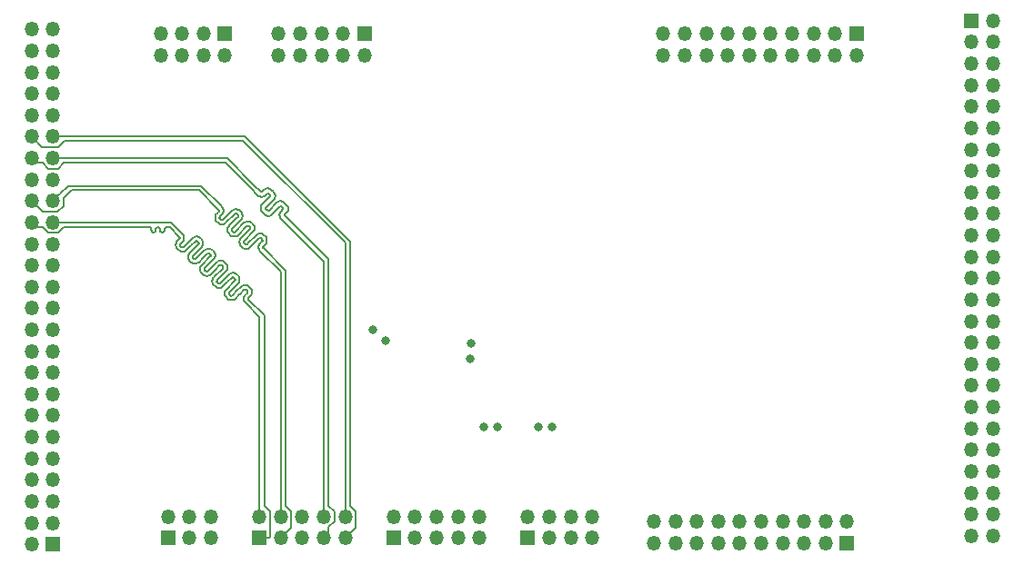
<source format=gbr>
G04 #@! TF.GenerationSoftware,KiCad,Pcbnew,(5.1.2)-1*
G04 #@! TF.CreationDate,2019-06-05T20:45:29-04:00*
G04 #@! TF.ProjectId,riser,72697365-722e-46b6-9963-61645f706362,rev?*
G04 #@! TF.SameCoordinates,Original*
G04 #@! TF.FileFunction,Copper,L7,Inr*
G04 #@! TF.FilePolarity,Positive*
%FSLAX46Y46*%
G04 Gerber Fmt 4.6, Leading zero omitted, Abs format (unit mm)*
G04 Created by KiCad (PCBNEW (5.1.2)-1) date 2019-06-05 20:45:29*
%MOMM*%
%LPD*%
G04 APERTURE LIST*
%ADD10O,1.350000X1.350000*%
%ADD11R,1.350000X1.350000*%
%ADD12C,0.800000*%
%ADD13C,0.200000*%
G04 APERTURE END LIST*
D10*
X93300000Y-71600000D03*
X95300000Y-71600000D03*
X93300000Y-73600000D03*
X95300000Y-73600000D03*
X93300000Y-75600000D03*
X95300000Y-75600000D03*
X93300000Y-77600000D03*
X95300000Y-77600000D03*
X93300000Y-79600000D03*
X95300000Y-79600000D03*
X93300000Y-81600000D03*
X95300000Y-81600000D03*
X93300000Y-83600000D03*
X95300000Y-83600000D03*
X93300000Y-85600000D03*
X95300000Y-85600000D03*
X93300000Y-87600000D03*
X95300000Y-87600000D03*
X93300000Y-89600000D03*
X95300000Y-89600000D03*
X93300000Y-91600000D03*
X95300000Y-91600000D03*
X93300000Y-93600000D03*
X95300000Y-93600000D03*
X93300000Y-95600000D03*
X95300000Y-95600000D03*
X93300000Y-97600000D03*
X95300000Y-97600000D03*
X93300000Y-99600000D03*
X95300000Y-99600000D03*
X93300000Y-101600000D03*
X95300000Y-101600000D03*
X93300000Y-103600000D03*
X95300000Y-103600000D03*
X93300000Y-105600000D03*
X95300000Y-105600000D03*
X93300000Y-107600000D03*
X95300000Y-107600000D03*
X93300000Y-109600000D03*
X95300000Y-109600000D03*
X93300000Y-111600000D03*
X95300000Y-111600000D03*
X93300000Y-113600000D03*
X95300000Y-113600000D03*
X93300000Y-115600000D03*
X95300000Y-115600000D03*
X93300000Y-117600000D03*
X95300000Y-117600000D03*
X93300000Y-119600000D03*
D11*
X95300000Y-119600000D03*
D10*
X182800000Y-118800000D03*
X180800000Y-118800000D03*
X182800000Y-116800000D03*
X180800000Y-116800000D03*
X182800000Y-114800000D03*
X180800000Y-114800000D03*
X182800000Y-112800000D03*
X180800000Y-112800000D03*
X182800000Y-110800000D03*
X180800000Y-110800000D03*
X182800000Y-108800000D03*
X180800000Y-108800000D03*
X182800000Y-106800000D03*
X180800000Y-106800000D03*
X182800000Y-104800000D03*
X180800000Y-104800000D03*
X182800000Y-102800000D03*
X180800000Y-102800000D03*
X182800000Y-100800000D03*
X180800000Y-100800000D03*
X182800000Y-98800000D03*
X180800000Y-98800000D03*
X182800000Y-96800000D03*
X180800000Y-96800000D03*
X182800000Y-94800000D03*
X180800000Y-94800000D03*
X182800000Y-92800000D03*
X180800000Y-92800000D03*
X182800000Y-90800000D03*
X180800000Y-90800000D03*
X182800000Y-88800000D03*
X180800000Y-88800000D03*
X182800000Y-86800000D03*
X180800000Y-86800000D03*
X182800000Y-84800000D03*
X180800000Y-84800000D03*
X182800000Y-82800000D03*
X180800000Y-82800000D03*
X182800000Y-80800000D03*
X180800000Y-80800000D03*
X182800000Y-78800000D03*
X180800000Y-78800000D03*
X182800000Y-76800000D03*
X180800000Y-76800000D03*
X182800000Y-74800000D03*
X180800000Y-74800000D03*
X182800000Y-72800000D03*
X180800000Y-72800000D03*
X182800000Y-70800000D03*
D11*
X180800000Y-70800000D03*
D10*
X145500000Y-117000000D03*
X145500000Y-119000000D03*
X143500000Y-117000000D03*
X143500000Y-119000000D03*
X141500000Y-117000000D03*
X141500000Y-119000000D03*
X139500000Y-117000000D03*
D11*
X139500000Y-119000000D03*
D10*
X122500000Y-117000000D03*
X122500000Y-119000000D03*
X120500000Y-117000000D03*
X120500000Y-119000000D03*
X118500000Y-117000000D03*
X118500000Y-119000000D03*
X116500000Y-117000000D03*
X116500000Y-119000000D03*
X114500000Y-117000000D03*
D11*
X114500000Y-119000000D03*
D10*
X135000000Y-117000000D03*
X135000000Y-119000000D03*
X133000000Y-117000000D03*
X133000000Y-119000000D03*
X131000000Y-117000000D03*
X131000000Y-119000000D03*
X129000000Y-117000000D03*
X129000000Y-119000000D03*
X127000000Y-117000000D03*
D11*
X127000000Y-119000000D03*
D10*
X105300000Y-74000000D03*
X105300000Y-72000000D03*
X107300000Y-74000000D03*
X107300000Y-72000000D03*
X109300000Y-74000000D03*
X109300000Y-72000000D03*
X111300000Y-74000000D03*
D11*
X111300000Y-72000000D03*
D10*
X116300000Y-74000000D03*
X116300000Y-72000000D03*
X118300000Y-74000000D03*
X118300000Y-72000000D03*
X120300000Y-74000000D03*
X120300000Y-72000000D03*
X122300000Y-74000000D03*
X122300000Y-72000000D03*
X124300000Y-74000000D03*
D11*
X124300000Y-72000000D03*
D10*
X152100000Y-74000000D03*
X152100000Y-72000000D03*
X154100000Y-74000000D03*
X154100000Y-72000000D03*
X156100000Y-74000000D03*
X156100000Y-72000000D03*
X158100000Y-74000000D03*
X158100000Y-72000000D03*
X160100000Y-74000000D03*
X160100000Y-72000000D03*
X162100000Y-74000000D03*
X162100000Y-72000000D03*
X164100000Y-74000000D03*
X164100000Y-72000000D03*
X166100000Y-74000000D03*
X166100000Y-72000000D03*
X168100000Y-74000000D03*
X168100000Y-72000000D03*
X170100000Y-74000000D03*
D11*
X170100000Y-72000000D03*
D10*
X110000000Y-117000000D03*
X110000000Y-119000000D03*
X108000000Y-117000000D03*
X108000000Y-119000000D03*
X106000000Y-117000000D03*
D11*
X106000000Y-119000000D03*
D10*
X151220040Y-117494080D03*
X151220040Y-119494080D03*
X153220040Y-117494080D03*
X153220040Y-119494080D03*
X155220040Y-117494080D03*
X155220040Y-119494080D03*
X157220040Y-117494080D03*
X157220040Y-119494080D03*
X159220040Y-117494080D03*
X159220040Y-119494080D03*
X161220040Y-117494080D03*
X161220040Y-119494080D03*
X163220040Y-117494080D03*
X163220040Y-119494080D03*
X165220040Y-117494080D03*
X165220040Y-119494080D03*
X167220040Y-117494080D03*
X167220040Y-119494080D03*
X169220040Y-117494080D03*
D11*
X169220040Y-119494080D03*
D12*
X125070000Y-99600002D03*
X126230000Y-100600000D03*
X141720000Y-108640000D03*
X140450000Y-108640000D03*
X136640000Y-108640000D03*
X134213982Y-100906018D03*
X135370000Y-108640000D03*
X134100000Y-102290000D03*
D13*
X113000000Y-82000000D02*
X96340000Y-82000000D01*
X122500000Y-117000000D02*
X122500000Y-91500000D01*
X122500000Y-91500000D02*
X113000000Y-82000000D01*
X94275001Y-82575001D02*
X93300000Y-81600000D01*
X96343002Y-82000000D02*
X95768001Y-82575001D01*
X95768001Y-82575001D02*
X94275001Y-82575001D01*
X113165700Y-81600000D02*
X95300000Y-81600000D01*
X122950000Y-91384300D02*
X113165700Y-81600000D01*
X122950000Y-116006998D02*
X122950000Y-91384300D01*
X123475001Y-116531999D02*
X122950000Y-116006998D01*
X122500000Y-119000000D02*
X123475001Y-118024999D01*
X123475001Y-118024999D02*
X123475001Y-116531999D01*
X94831999Y-84575001D02*
X94306998Y-84050000D01*
X96293002Y-84050000D02*
X95768001Y-84575001D01*
X94306998Y-84050000D02*
X93750000Y-84050000D01*
X93750000Y-84050000D02*
X93300000Y-83600000D01*
X95768001Y-84575001D02*
X94831999Y-84575001D01*
X111331800Y-84050000D02*
X96300000Y-84050000D01*
X114641541Y-87211478D02*
X114536634Y-87187534D01*
X114749146Y-87211478D02*
X114641541Y-87211478D01*
X114854053Y-87187534D02*
X114749146Y-87211478D01*
X114951002Y-87140846D02*
X114854053Y-87187534D01*
X115035131Y-87073755D02*
X114951002Y-87140846D01*
X113697609Y-86415809D02*
X111331800Y-84050000D01*
X115215069Y-86893818D02*
X115035131Y-87073755D01*
X115225573Y-86885441D02*
X115215069Y-86893818D01*
X115237678Y-86879612D02*
X115225573Y-86885441D01*
X115250777Y-86876622D02*
X115237678Y-86879612D01*
X115264212Y-86876622D02*
X115250777Y-86876622D01*
X114334718Y-87052917D02*
X113697609Y-86415809D01*
X115277311Y-86879612D02*
X115264212Y-86876622D01*
X115289416Y-86885441D02*
X115277311Y-86879612D01*
X115299920Y-86893818D02*
X115289416Y-86885441D01*
X115497912Y-87091810D02*
X115299920Y-86893818D01*
X115506289Y-87102315D02*
X115497912Y-87091810D01*
X115512118Y-87114419D02*
X115506289Y-87102315D01*
X115515108Y-87127518D02*
X115512118Y-87114419D01*
X115515108Y-87140954D02*
X115515108Y-87127518D01*
X115512118Y-87154052D02*
X115515108Y-87140954D01*
X115506289Y-87166157D02*
X115512118Y-87154052D01*
X115497912Y-87176662D02*
X115506289Y-87166157D01*
X114755824Y-87918750D02*
X115497912Y-87176662D01*
X114688735Y-88002880D02*
X114755824Y-87918750D01*
X114642046Y-88099829D02*
X114688735Y-88002880D01*
X114618101Y-88204735D02*
X114642046Y-88099829D01*
X114355557Y-87073755D02*
X114334718Y-87052917D01*
X114618101Y-88312339D02*
X114618101Y-88204735D01*
X114642045Y-88417247D02*
X114618101Y-88312339D01*
X114688735Y-88514196D02*
X114642045Y-88417247D01*
X116714206Y-88316507D02*
X116708376Y-88304402D01*
X116717195Y-88329605D02*
X116714206Y-88316507D01*
X115281475Y-88975714D02*
X115176569Y-88951771D01*
X116717195Y-88343041D02*
X116717195Y-88329605D01*
X116708376Y-88368244D02*
X116714206Y-88356139D01*
X116452864Y-88078709D02*
X116439765Y-88081699D01*
X116699999Y-88378749D02*
X116708376Y-88368244D01*
X116714206Y-88356139D02*
X116717195Y-88343041D01*
X116520062Y-88558687D02*
X116699999Y-88378749D01*
X116708376Y-88304402D02*
X116699999Y-88293897D01*
X116452971Y-88642816D02*
X116520062Y-88558687D01*
X116382339Y-88844672D02*
X116406283Y-88739765D01*
X120500000Y-93218200D02*
X116520062Y-89238261D01*
X120500000Y-117000000D02*
X120500000Y-93218200D01*
X116520062Y-89238261D02*
X116452971Y-89154132D01*
X116452971Y-89154132D02*
X116406283Y-89057184D01*
X114439685Y-87140846D02*
X114355557Y-87073755D01*
X116406283Y-88739765D02*
X116452971Y-88642816D01*
X116406283Y-89057184D02*
X116382339Y-88952277D01*
X116382339Y-88952277D02*
X116382339Y-88844672D01*
X116699999Y-88293897D02*
X116502007Y-88095905D01*
X116502007Y-88095905D02*
X116491503Y-88087528D01*
X116491503Y-88087528D02*
X116479398Y-88081699D01*
X116479398Y-88081699D02*
X116466299Y-88078709D01*
X116466299Y-88078709D02*
X116452864Y-88078709D01*
X116439765Y-88081699D02*
X116427660Y-88087528D01*
X116427660Y-88087528D02*
X116417156Y-88095905D01*
X116417156Y-88095905D02*
X115675065Y-88837992D01*
X115675065Y-88837992D02*
X115590937Y-88905083D01*
X115590937Y-88905083D02*
X115493987Y-88951770D01*
X115493987Y-88951770D02*
X115389081Y-88975715D01*
X115389081Y-88975715D02*
X115281475Y-88975714D01*
X114995493Y-88837994D02*
X114974654Y-88817154D01*
X115176569Y-88951771D02*
X115079621Y-88905083D01*
X115079621Y-88905083D02*
X114995493Y-88837994D01*
X114974654Y-88817154D02*
X114755824Y-88598324D01*
X114536634Y-87187534D02*
X114439685Y-87140846D01*
X114755824Y-88598324D02*
X114688735Y-88514196D01*
X114917707Y-86554781D02*
X114737769Y-86734718D01*
X115098785Y-86441002D02*
X115001836Y-86487691D01*
X115203692Y-86417058D02*
X115098785Y-86441002D01*
X115311296Y-86417058D02*
X115203692Y-86417058D01*
X115416204Y-86441002D02*
X115311296Y-86417058D01*
X115513152Y-86487691D02*
X115416204Y-86441002D01*
X115597281Y-86554781D02*
X115513152Y-86487691D01*
X115816111Y-86773611D02*
X115597281Y-86554781D01*
X115836950Y-86794449D02*
X115816111Y-86773611D01*
X115904040Y-86878578D02*
X115836950Y-86794449D01*
X115950728Y-86975526D02*
X115904040Y-86878578D01*
X115974672Y-87080433D02*
X115950728Y-86975526D01*
X115974672Y-87188038D02*
X115974672Y-87080433D01*
X111518200Y-83600000D02*
X100750000Y-83600000D01*
X115950728Y-87292945D02*
X115974672Y-87188038D01*
X115904040Y-87389894D02*
X115950728Y-87292945D01*
X115836950Y-87474023D02*
X115904040Y-87389894D01*
X115497912Y-87813061D02*
X115836950Y-87474023D01*
X114737769Y-86734718D02*
X114727264Y-86743095D01*
X115094862Y-88216113D02*
X115497912Y-87813061D01*
X115086484Y-88226616D02*
X115094862Y-88216113D01*
X115080655Y-88238721D02*
X115086484Y-88226616D01*
X115077666Y-88251821D02*
X115080655Y-88238721D01*
X115077665Y-88265255D02*
X115077666Y-88251821D01*
X114688625Y-86751914D02*
X114675527Y-86748925D01*
X115080656Y-88278355D02*
X115077665Y-88265255D01*
X115086485Y-88290460D02*
X115080656Y-88278355D01*
X115094861Y-88300963D02*
X115086485Y-88290460D01*
X115292853Y-88498955D02*
X115094861Y-88300963D01*
X115303358Y-88507332D02*
X115292853Y-88498955D01*
X115315463Y-88513162D02*
X115303358Y-88507332D01*
X115328561Y-88516151D02*
X115315463Y-88513162D01*
X117039036Y-88676110D02*
X117106127Y-88591981D01*
X120500000Y-119000000D02*
X120950000Y-118550000D01*
X116859099Y-88856048D02*
X117039036Y-88676110D01*
X114727264Y-86743095D02*
X114715159Y-86748925D01*
X115001836Y-86487691D02*
X114917707Y-86554781D01*
X116850722Y-88866553D02*
X116859099Y-88856048D01*
X116841903Y-88891756D02*
X116844893Y-88878658D01*
X120950000Y-116006998D02*
X120950000Y-93031800D01*
X116844893Y-88918290D02*
X116841903Y-88905192D01*
X117152815Y-88495032D02*
X117176759Y-88390125D01*
X100750000Y-83600000D02*
X95300000Y-83600000D01*
X116850722Y-88930395D02*
X116844893Y-88918290D01*
X115367200Y-88507332D02*
X115355095Y-88513161D01*
X116841903Y-88905192D02*
X116841903Y-88891756D01*
X116203923Y-87689777D02*
X116119794Y-87756867D01*
X120950000Y-93031800D02*
X116859099Y-88940900D01*
X120950000Y-118550000D02*
X120950000Y-117993002D01*
X116859099Y-88940900D02*
X116850722Y-88930395D01*
X121475001Y-116531999D02*
X120950000Y-116006998D01*
X120950000Y-117993002D02*
X121475001Y-117468001D01*
X121475001Y-117468001D02*
X121475001Y-116531999D01*
X114675527Y-86748925D02*
X114663422Y-86743095D01*
X116844893Y-88878658D02*
X116850722Y-88866553D01*
X116715239Y-87689777D02*
X116618291Y-87643088D01*
X114702061Y-86751914D02*
X114688625Y-86751914D01*
X117106127Y-88591981D02*
X117152815Y-88495032D01*
X114663422Y-86743095D02*
X114652917Y-86734718D01*
X117176759Y-88390125D02*
X117176759Y-88282520D01*
X117176759Y-88282520D02*
X117152815Y-88177613D01*
X117152815Y-88177613D02*
X117106127Y-88080664D01*
X117106127Y-88080664D02*
X117039036Y-87996536D01*
X117039036Y-87996536D02*
X117018198Y-87975697D01*
X117018198Y-87975697D02*
X116799368Y-87756867D01*
X115377705Y-88498955D02*
X115367200Y-88507332D01*
X114652917Y-86734718D02*
X114015809Y-86097609D01*
X116799368Y-87756867D02*
X116715239Y-87689777D01*
X116618291Y-87643088D02*
X116513383Y-87619144D01*
X116513383Y-87619144D02*
X116405779Y-87619144D01*
X116405779Y-87619144D02*
X116300872Y-87643088D01*
X116300872Y-87643088D02*
X116203923Y-87689777D01*
X116119794Y-87756867D02*
X115377705Y-88498955D01*
X114015809Y-86097609D02*
X111518200Y-83600000D01*
X115355095Y-88513161D02*
X115341997Y-88516151D01*
X114715159Y-86748925D02*
X114702061Y-86751914D01*
X115341997Y-88516151D02*
X115328561Y-88516151D01*
X93974999Y-88274999D02*
X93300000Y-87600000D01*
X94324999Y-88624999D02*
X93974999Y-88274999D01*
X95718003Y-88624999D02*
X94324999Y-88624999D01*
X96275001Y-88068001D02*
X95718003Y-88624999D01*
X96275001Y-87324999D02*
X96275001Y-88068001D01*
X97000000Y-86600000D02*
X96275001Y-87324999D01*
X110696719Y-88396720D02*
X108900000Y-86600000D01*
X110719056Y-88424730D02*
X110696719Y-88396720D01*
X110742574Y-88527766D02*
X110742574Y-88491938D01*
X110407479Y-89334666D02*
X110381186Y-89219472D01*
X110532413Y-89533497D02*
X110458745Y-89441120D01*
X111066931Y-89787061D02*
X110948775Y-89787060D01*
X111182123Y-89760768D02*
X111066931Y-89787061D01*
X112223816Y-88798650D02*
X112195805Y-88820988D01*
X112256095Y-88783105D02*
X112223816Y-88798650D01*
X112291025Y-88775132D02*
X112256095Y-88783105D01*
X112500986Y-88905575D02*
X112478648Y-88877564D01*
X112500986Y-89075820D02*
X112516531Y-89043541D01*
X112897529Y-91898612D02*
X112795189Y-91796273D01*
X113096359Y-92023545D02*
X112989906Y-91972281D01*
X113444899Y-92023544D02*
X113329707Y-92049837D01*
X110381187Y-89101318D02*
X110407478Y-88986124D01*
X113551354Y-91972280D02*
X113444899Y-92023544D01*
X110833583Y-89760769D02*
X110727130Y-89709505D01*
X112989906Y-91972281D02*
X112897529Y-91898612D01*
X113643731Y-91898610D02*
X113551354Y-91972280D01*
X110407478Y-88986124D02*
X110458744Y-88879670D01*
X114486592Y-91061427D02*
X114458581Y-91083765D01*
X108900000Y-86600000D02*
X97000000Y-86600000D01*
X114518871Y-91045882D02*
X114486592Y-91061427D01*
X114589628Y-91037909D02*
X114553801Y-91037909D01*
X112361781Y-88783105D02*
X112326852Y-88775132D01*
X114624557Y-91045882D02*
X114589628Y-91037909D01*
X110719057Y-88594976D02*
X110734601Y-88562695D01*
X114656837Y-91061427D02*
X114624557Y-91045882D01*
X114553801Y-91037909D02*
X114518871Y-91045882D01*
X110634753Y-89635836D02*
X110532413Y-89533497D01*
X114684848Y-91083765D02*
X114656837Y-91061427D01*
X114741424Y-91140341D02*
X114684848Y-91083765D01*
X112394061Y-88798650D02*
X112361781Y-88783105D01*
X114763762Y-91168352D02*
X114741424Y-91140341D01*
X112326852Y-88775132D02*
X112291025Y-88775132D01*
X112795189Y-91796273D02*
X112721521Y-91703896D01*
X114425892Y-91963094D02*
X114425892Y-91844938D01*
X110458744Y-88879670D02*
X110532414Y-88787293D01*
X114787280Y-91235560D02*
X114779307Y-91200631D01*
X110734601Y-88562695D02*
X110742574Y-88527766D01*
X114452184Y-92078287D02*
X114425892Y-91963094D01*
X113211551Y-92049836D02*
X113096359Y-92023545D01*
X112516531Y-88937855D02*
X112500986Y-88905575D01*
X114503450Y-92184741D02*
X114452184Y-92078287D01*
X111288578Y-89709504D02*
X111182123Y-89760768D01*
X113329707Y-92049837D02*
X113211551Y-92049836D01*
X114577118Y-92277118D02*
X114503450Y-92184741D01*
X111512574Y-90350860D02*
X111512575Y-90232706D01*
X114763762Y-91338597D02*
X114779307Y-91306317D01*
X116500000Y-117000000D02*
X116500000Y-94200000D01*
X114779307Y-91200631D02*
X114763762Y-91168352D01*
X116500000Y-94200000D02*
X114577118Y-92277118D01*
X112524503Y-88972784D02*
X112516531Y-88937855D01*
X114425892Y-91844938D02*
X114452184Y-91729746D01*
X114503450Y-91623291D02*
X114577118Y-91530914D01*
X111538866Y-90117512D02*
X111590132Y-90011058D01*
X112478648Y-88877564D02*
X112422072Y-88820988D01*
X114452184Y-91729746D02*
X114503450Y-91623291D01*
X110948775Y-89787060D02*
X110833583Y-89760769D01*
X114577118Y-91530914D02*
X114600000Y-91508033D01*
X114458581Y-91083765D02*
X113643731Y-91898610D01*
X112195805Y-88820988D02*
X111380955Y-89635834D01*
X114600000Y-91508033D02*
X114741424Y-91366608D01*
X114741424Y-91366608D02*
X114763762Y-91338597D01*
X114779307Y-91306317D02*
X114787280Y-91271388D01*
X112516531Y-89043541D02*
X112524503Y-89008611D01*
X114787280Y-91271388D02*
X114787280Y-91235560D01*
X112524503Y-89008611D02*
X112524503Y-88972784D01*
X112721521Y-91703896D02*
X112670255Y-91597442D01*
X112670255Y-91597442D02*
X112643962Y-91482248D01*
X110555295Y-88764412D02*
X110696718Y-88622986D01*
X112643962Y-91482248D02*
X112643963Y-91364094D01*
X112643963Y-91364094D02*
X112670254Y-91248900D01*
X111663801Y-90664885D02*
X111590133Y-90572508D01*
X112670254Y-91248900D02*
X112721520Y-91142446D01*
X110381186Y-89219472D02*
X110381187Y-89101318D01*
X112721520Y-91142446D02*
X112795190Y-91050069D01*
X110742574Y-88491938D02*
X110734601Y-88457009D01*
X112795190Y-91050069D02*
X112818071Y-91027188D01*
X112818071Y-91027188D02*
X113610036Y-90235219D01*
X113610036Y-90235219D02*
X113632374Y-90207208D01*
X110532414Y-88787293D02*
X110555295Y-88764412D01*
X113632374Y-90207208D02*
X113647919Y-90174929D01*
X111590133Y-90572508D02*
X111538867Y-90466054D01*
X113647919Y-90174929D02*
X113655891Y-90139999D01*
X110696718Y-88622986D02*
X110719057Y-88594976D01*
X113655891Y-90139999D02*
X113655891Y-90104172D01*
X113655891Y-90104172D02*
X113647919Y-90069243D01*
X110458745Y-89441120D02*
X110407479Y-89334666D01*
X113647919Y-90069243D02*
X113632374Y-90036963D01*
X113632374Y-90036963D02*
X113610036Y-90008952D01*
X113610036Y-90008952D02*
X113553460Y-89952376D01*
X113553460Y-89952376D02*
X113525449Y-89930038D01*
X111590132Y-90011058D02*
X111663802Y-89918681D01*
X113525449Y-89930038D02*
X113493169Y-89914493D01*
X112478648Y-89103831D02*
X112500986Y-89075820D01*
X113493169Y-89914493D02*
X113458240Y-89906520D01*
X111663802Y-89918681D02*
X111686683Y-89895800D01*
X113458240Y-89906520D02*
X113422413Y-89906520D01*
X110727130Y-89709505D02*
X110634753Y-89635836D01*
X113422413Y-89906520D02*
X113387483Y-89914493D01*
X112422072Y-88820988D02*
X112394061Y-88798650D01*
X113387483Y-89914493D02*
X113355204Y-89930038D01*
X111766141Y-90767224D02*
X111663801Y-90664885D01*
X110734601Y-88457009D02*
X110719056Y-88424730D01*
X113355204Y-89930038D02*
X113327193Y-89952376D01*
X113327193Y-89952376D02*
X112512343Y-90767222D01*
X111380955Y-89635834D02*
X111288578Y-89709504D01*
X112512343Y-90767222D02*
X112419966Y-90840892D01*
X111512575Y-90232706D02*
X111538866Y-90117512D01*
X112419966Y-90840892D02*
X112313511Y-90892156D01*
X112313511Y-90892156D02*
X112198319Y-90918449D01*
X112198319Y-90918449D02*
X112080163Y-90918448D01*
X112080163Y-90918448D02*
X111964971Y-90892157D01*
X111964971Y-90892157D02*
X111858518Y-90840893D01*
X111858518Y-90840893D02*
X111766141Y-90767224D01*
X111538867Y-90466054D02*
X111512574Y-90350860D01*
X111686683Y-89895800D02*
X112478648Y-89103831D01*
X95974999Y-86925001D02*
X95300000Y-87600000D01*
X96700011Y-86199989D02*
X95974999Y-86925001D01*
X113252717Y-91638736D02*
X113217787Y-91630763D01*
X113288543Y-91638735D02*
X113252717Y-91638736D01*
X113383764Y-91592881D02*
X113355752Y-91615218D01*
X114745984Y-90653099D02*
X114630791Y-90626807D01*
X115047155Y-90880372D02*
X114944816Y-90778034D01*
X115198381Y-91194397D02*
X115172089Y-91079204D01*
X115198381Y-91312552D02*
X115198381Y-91194397D01*
X115172089Y-91427745D02*
X115198381Y-91312552D01*
X114882849Y-91790883D02*
X115047155Y-91626576D01*
X114836994Y-91886102D02*
X114844966Y-91851173D01*
X114836994Y-91921930D02*
X114836994Y-91886102D01*
X114844966Y-91956859D02*
X114836994Y-91921930D01*
X116950000Y-116006998D02*
X116950000Y-94084300D01*
X117475001Y-116531999D02*
X116950000Y-116006998D01*
X117475001Y-118024999D02*
X117475001Y-116531999D01*
X116500000Y-119000000D02*
X117475001Y-118024999D01*
X114944816Y-90778034D02*
X114852438Y-90704365D01*
X113355752Y-91615218D02*
X113323473Y-91630763D01*
X112026108Y-90461492D02*
X111969532Y-90404916D01*
X115120823Y-91534199D02*
X115172089Y-91427745D01*
X115047155Y-91626576D02*
X115120823Y-91534199D01*
X114860511Y-91989139D02*
X114844966Y-91956859D01*
X113067224Y-89646645D02*
X112252376Y-90461493D01*
X114397443Y-90653099D02*
X114290989Y-90704365D01*
X114512636Y-90626807D02*
X114397443Y-90653099D01*
X114852438Y-90704365D02*
X114745984Y-90653099D01*
X115120823Y-90972750D02*
X115047155Y-90880372D01*
X112252376Y-90461493D02*
X112224364Y-90483830D01*
X114198611Y-90778034D02*
X113383764Y-91592881D01*
X111947194Y-90206660D02*
X111969533Y-90178650D01*
X113078583Y-91508294D02*
X113063037Y-91476013D01*
X113157496Y-91592880D02*
X113100920Y-91536304D01*
X114844966Y-91851173D02*
X114860511Y-91818894D01*
X114882849Y-92017150D02*
X114860511Y-91989139D01*
X113323473Y-91630763D02*
X113288543Y-91638735D01*
X114290989Y-90704365D02*
X114198611Y-90778034D01*
X114860511Y-91818894D02*
X114882849Y-91790883D01*
X113721051Y-89572976D02*
X113614597Y-89521710D01*
X112054120Y-90483831D02*
X112026108Y-90461492D01*
X113614597Y-89521710D02*
X113499404Y-89495418D01*
X113381249Y-89495418D02*
X113266056Y-89521710D01*
X115172089Y-91079204D02*
X115120823Y-90972750D01*
X116950000Y-94084300D02*
X114882849Y-92017150D01*
X114630791Y-90626807D02*
X114512636Y-90626807D01*
X113217787Y-91630763D02*
X113185508Y-91615219D01*
X112192085Y-90499375D02*
X112157155Y-90507347D01*
X113185508Y-91615219D02*
X113157496Y-91592880D01*
X113499404Y-89495418D02*
X113381249Y-89495418D01*
X113100920Y-91536304D02*
X113078583Y-91508294D01*
X111947195Y-90376906D02*
X111931649Y-90344625D01*
X113159602Y-89572976D02*
X113067224Y-89646645D01*
X113100921Y-91310038D02*
X113915767Y-90495188D01*
X111923677Y-90273870D02*
X111931649Y-90238939D01*
X113266056Y-89521710D02*
X113159602Y-89572976D01*
X112121329Y-90507348D02*
X112086399Y-90499375D01*
X113063037Y-91476013D02*
X113055064Y-91441084D01*
X113055064Y-91441084D02*
X113055065Y-91405258D01*
X113055065Y-91405258D02*
X113063037Y-91370327D01*
X113063037Y-91370327D02*
X113078582Y-91338048D01*
X113078582Y-91338048D02*
X113100921Y-91310038D01*
X113915767Y-90495188D02*
X113989436Y-90402810D01*
X113989436Y-90402810D02*
X114040701Y-90296356D01*
X114040701Y-90296356D02*
X114066993Y-90181163D01*
X114066993Y-90181163D02*
X114066993Y-90063008D01*
X114066993Y-90063008D02*
X114040701Y-89947815D01*
X114040701Y-89947815D02*
X113989436Y-89841361D01*
X113989436Y-89841361D02*
X113915767Y-89748984D01*
X113915767Y-89748984D02*
X113813429Y-89646645D01*
X113813429Y-89646645D02*
X113721051Y-89572976D01*
X112224364Y-90483830D02*
X112192085Y-90499375D01*
X112157155Y-90507347D02*
X112121329Y-90507348D01*
X112086399Y-90499375D02*
X112054120Y-90483831D01*
X111969532Y-90404916D02*
X111947195Y-90376906D01*
X111931649Y-90344625D02*
X111923676Y-90309696D01*
X111923676Y-90309696D02*
X111923677Y-90273870D01*
X111931649Y-90238939D02*
X111947194Y-90206660D01*
X111969533Y-90178650D02*
X112784379Y-89363800D01*
X112784379Y-89363800D02*
X112858048Y-89271422D01*
X112858048Y-89271422D02*
X112909313Y-89164968D01*
X112909313Y-89164968D02*
X112935605Y-89049775D01*
X112935605Y-89049775D02*
X112935605Y-88931620D01*
X112935605Y-88931620D02*
X112909313Y-88816427D01*
X112909313Y-88816427D02*
X112858048Y-88709973D01*
X112858048Y-88709973D02*
X112784379Y-88617596D01*
X112784379Y-88617596D02*
X112682041Y-88515257D01*
X112682041Y-88515257D02*
X112589663Y-88441588D01*
X112589663Y-88441588D02*
X112483209Y-88390322D01*
X112483209Y-88390322D02*
X112368016Y-88364030D01*
X112368016Y-88364030D02*
X112249861Y-88364030D01*
X112249861Y-88364030D02*
X112134668Y-88390322D01*
X112134668Y-88390322D02*
X112028214Y-88441588D01*
X112028214Y-88441588D02*
X111935836Y-88515257D01*
X111935836Y-88515257D02*
X111120988Y-89330105D01*
X111120988Y-89330105D02*
X111092976Y-89352442D01*
X111092976Y-89352442D02*
X111060697Y-89367987D01*
X111060697Y-89367987D02*
X111025767Y-89375959D01*
X111025767Y-89375959D02*
X110989941Y-89375960D01*
X110989941Y-89375960D02*
X110955011Y-89367987D01*
X110955011Y-89367987D02*
X110922732Y-89352443D01*
X110922732Y-89352443D02*
X110894720Y-89330104D01*
X110894720Y-89330104D02*
X110838144Y-89273528D01*
X110838144Y-89273528D02*
X110815807Y-89245518D01*
X110815807Y-89245518D02*
X110800261Y-89213237D01*
X110800261Y-89213237D02*
X110792288Y-89178308D01*
X110792288Y-89178308D02*
X110792289Y-89142482D01*
X110792289Y-89142482D02*
X110800261Y-89107551D01*
X110800261Y-89107551D02*
X110815806Y-89075272D01*
X110815806Y-89075272D02*
X110838145Y-89047262D01*
X110838145Y-89047262D02*
X111002450Y-88882954D01*
X111002450Y-88882954D02*
X111076119Y-88790578D01*
X111076119Y-88790578D02*
X111127385Y-88684124D01*
X111127385Y-88684124D02*
X111153676Y-88568930D01*
X111153676Y-88568930D02*
X111153677Y-88450776D01*
X111153677Y-88450776D02*
X111127384Y-88335582D01*
X111127384Y-88335582D02*
X111076118Y-88229128D01*
X111076118Y-88229128D02*
X111002450Y-88136750D01*
X111002450Y-88136750D02*
X110979569Y-88113870D01*
X110979569Y-88113870D02*
X109065689Y-86199989D01*
X109065689Y-86199989D02*
X96700000Y-86200000D01*
X94306998Y-90050000D02*
X93750000Y-90050000D01*
X94831999Y-90575001D02*
X94306998Y-90050000D01*
X95768001Y-90575001D02*
X94831999Y-90575001D01*
X96293002Y-90050000D02*
X95768001Y-90575001D01*
X104250000Y-90050000D02*
X96293002Y-90050000D01*
X104294504Y-90055015D02*
X104250000Y-90050000D01*
X104336776Y-90069807D02*
X104294504Y-90055015D01*
X104374697Y-90093634D02*
X104336776Y-90069807D01*
X104406366Y-90125303D02*
X104374697Y-90093634D01*
X104430193Y-90163224D02*
X104406366Y-90125303D01*
X104444985Y-90205496D02*
X104430193Y-90163224D01*
X104450000Y-90250000D02*
X104444985Y-90205496D01*
X104450000Y-90314182D02*
X104450000Y-90250000D01*
X104455014Y-90358687D02*
X104450000Y-90314182D01*
X104469806Y-90400959D02*
X104455014Y-90358687D01*
X104493633Y-90438880D02*
X104469806Y-90400959D01*
X104563223Y-90494376D02*
X104525302Y-90470549D01*
X104605495Y-90509168D02*
X104563223Y-90494376D01*
X104650000Y-90514182D02*
X104605495Y-90509168D01*
X104694504Y-90509168D02*
X104650000Y-90514182D01*
X104736776Y-90494376D02*
X104694504Y-90509168D01*
X104774697Y-90470549D02*
X104736776Y-90494376D01*
X104806366Y-90438880D02*
X104774697Y-90470549D01*
X104830193Y-90400959D02*
X104806366Y-90438880D01*
X104850000Y-90314182D02*
X104844985Y-90358687D01*
X104855014Y-90205496D02*
X104850000Y-90250000D01*
X104869806Y-90163224D02*
X104855014Y-90205496D01*
X104893633Y-90125303D02*
X104869806Y-90163224D01*
X104925302Y-90093634D02*
X104893633Y-90125303D01*
X104963223Y-90069807D02*
X104925302Y-90093634D01*
X105005495Y-90055015D02*
X104963223Y-90069807D01*
X105050000Y-90050000D02*
X105005495Y-90055015D01*
X105136776Y-90069807D02*
X105094504Y-90055015D01*
X105174697Y-90093634D02*
X105136776Y-90069807D01*
X105206366Y-90125303D02*
X105174697Y-90093634D01*
X105230193Y-90163224D02*
X105206366Y-90125303D01*
X105244985Y-90205496D02*
X105230193Y-90163224D01*
X105250000Y-90250000D02*
X105244985Y-90205496D01*
X105250000Y-90314182D02*
X105250000Y-90250000D01*
X105255014Y-90358687D02*
X105250000Y-90314182D01*
X105269806Y-90400959D02*
X105255014Y-90358687D01*
X105293633Y-90438880D02*
X105269806Y-90400959D01*
X105325302Y-90470549D02*
X105293633Y-90438880D01*
X105363223Y-90494376D02*
X105325302Y-90470549D01*
X105405495Y-90509168D02*
X105363223Y-90494376D01*
X105450000Y-90514182D02*
X105405495Y-90509168D01*
X105494504Y-90509168D02*
X105450000Y-90514182D01*
X105536776Y-90494376D02*
X105494504Y-90509168D01*
X105574697Y-90470549D02*
X105536776Y-90494376D01*
X105606366Y-90438880D02*
X105574697Y-90470549D01*
X105630193Y-90400959D02*
X105606366Y-90438880D01*
X105644985Y-90358687D02*
X105630193Y-90400959D01*
X105650000Y-90314182D02*
X105644985Y-90358687D01*
X105650000Y-90250000D02*
X105650000Y-90314182D01*
X105655014Y-90205496D02*
X105650000Y-90250000D01*
X105669806Y-90163224D02*
X105655014Y-90205496D01*
X105693633Y-90125303D02*
X105669806Y-90163224D01*
X105725302Y-90093634D02*
X105693633Y-90125303D01*
X105805495Y-90055015D02*
X105763223Y-90069807D01*
X105850000Y-90050000D02*
X105805495Y-90055015D01*
X106150000Y-90050000D02*
X105850000Y-90050000D01*
X107037926Y-90937926D02*
X106150000Y-90050000D01*
X107059479Y-90964952D02*
X107037926Y-90937926D01*
X107074476Y-90996094D02*
X107059479Y-90964952D01*
X107082167Y-91029793D02*
X107074476Y-90996094D01*
X107082167Y-91064359D02*
X107082167Y-91029793D01*
X107074477Y-91098060D02*
X107082167Y-91064359D01*
X107059478Y-91129202D02*
X107074477Y-91098060D01*
X107037927Y-91156228D02*
X107059478Y-91129202D01*
X106873851Y-91320303D02*
X107037927Y-91156228D01*
X106800924Y-91411753D02*
X106873851Y-91320303D01*
X106750173Y-91517135D02*
X106800924Y-91411753D01*
X106724145Y-91631169D02*
X106750173Y-91517135D01*
X106724146Y-91748137D02*
X106724145Y-91631169D01*
X107075143Y-92241773D02*
X106983696Y-92168847D01*
X110268015Y-94714467D02*
X111074665Y-93907814D01*
X110268016Y-95453167D02*
X110195087Y-95361717D01*
X110469307Y-95635937D02*
X110377860Y-95563011D01*
X110919725Y-95686687D02*
X110805691Y-95712715D01*
X108137044Y-91754194D02*
X107722392Y-92168845D01*
X111116556Y-95563009D02*
X111025109Y-95635937D01*
X109987518Y-92649993D02*
X109979826Y-92616293D01*
X111531208Y-95148358D02*
X111116556Y-95563009D01*
X109786867Y-92449343D02*
X109752301Y-92449343D01*
X111923210Y-94756360D02*
X111531208Y-95148358D01*
X109943277Y-92558126D02*
X109878735Y-92493584D01*
X110118310Y-95142301D02*
X110118309Y-95025333D01*
X111950235Y-94734808D02*
X111923210Y-94756360D01*
X108853780Y-93300233D02*
X108762333Y-93373161D01*
X110688725Y-95712715D02*
X110574691Y-95686688D01*
X111981378Y-94719810D02*
X111950235Y-94734808D01*
X109893721Y-94504549D02*
X109788337Y-94555299D01*
X110805691Y-95712715D02*
X110688725Y-95712715D01*
X112015077Y-94712119D02*
X111981378Y-94719810D01*
X109987518Y-92684559D02*
X109987518Y-92649993D01*
X112049643Y-94712119D02*
X112015077Y-94712119D01*
X109718602Y-92457034D02*
X109687459Y-92472032D01*
X112083343Y-94719810D02*
X112049643Y-94712119D01*
X109943277Y-92776426D02*
X109964828Y-92749402D01*
X112114486Y-94734808D02*
X112083343Y-94719810D01*
X109674303Y-94581327D02*
X109557337Y-94581327D01*
X112141511Y-94756360D02*
X112114486Y-94734808D01*
X109443303Y-94555300D02*
X109337919Y-94504549D01*
X110144338Y-95256335D02*
X110118310Y-95142301D01*
X112206053Y-94820902D02*
X112141511Y-94756360D01*
X109979826Y-92718259D02*
X109987518Y-92684559D01*
X112227604Y-94847926D02*
X112206053Y-94820902D01*
X109985168Y-94431621D02*
X109893721Y-94504549D01*
X111074665Y-93907814D02*
X111096216Y-93880790D01*
X112242602Y-94879069D02*
X112227604Y-94847926D01*
X110951955Y-93588422D02*
X110918255Y-93580731D01*
X112250294Y-94912769D02*
X112242602Y-94879069D01*
X112250294Y-94947335D02*
X112250294Y-94912769D01*
X107881562Y-92993559D02*
X107855534Y-92879525D01*
X112242602Y-94981035D02*
X112250294Y-94947335D01*
X110195087Y-95361717D02*
X110144338Y-95256335D01*
X112227604Y-95012178D02*
X112242602Y-94981035D01*
X112206053Y-95039202D02*
X112227604Y-95012178D01*
X111399403Y-95845855D02*
X112206053Y-95039202D01*
X109063699Y-94230329D02*
X109012950Y-94124947D01*
X111326476Y-95937305D02*
X111399403Y-95845855D01*
X107855534Y-92879525D02*
X107855533Y-92762557D01*
X111275725Y-96042687D02*
X111326476Y-95937305D01*
X111249697Y-96156721D02*
X111275725Y-96042687D01*
X109752301Y-92449343D02*
X109718602Y-92457034D01*
X111249698Y-96273689D02*
X111249697Y-96156721D01*
X107881561Y-92648523D02*
X107932312Y-92543141D01*
X111275726Y-96387723D02*
X111249698Y-96273689D01*
X111326475Y-96493105D02*
X111275726Y-96387723D01*
X111399404Y-96584555D02*
X111326475Y-96493105D01*
X113377974Y-96014441D02*
X113362976Y-95983298D01*
X108762333Y-93373161D02*
X108656949Y-93423911D01*
X113385665Y-96048140D02*
X113377974Y-96014441D01*
X107932312Y-92543141D02*
X108005239Y-92451691D01*
X110377860Y-95563011D02*
X110268016Y-95453167D01*
X113116749Y-95855181D02*
X113085606Y-95870179D01*
X113385665Y-96082706D02*
X113385665Y-96048140D01*
X107932311Y-93098941D02*
X107881562Y-92993559D01*
X113377974Y-96116406D02*
X113385665Y-96082706D01*
X109012949Y-93779911D02*
X109063700Y-93674529D01*
X113341424Y-96174574D02*
X113362976Y-96147549D01*
X113053671Y-96535482D02*
X113104421Y-96430098D01*
X111010123Y-93624972D02*
X110983098Y-93603420D01*
X113027643Y-96649516D02*
X113053671Y-96535482D01*
X113362976Y-96147549D02*
X113377974Y-96116406D01*
X112666580Y-96283731D02*
X112662596Y-96279746D01*
X108311915Y-93423912D02*
X108206531Y-93373161D01*
X114500000Y-98400000D02*
X113177349Y-97077348D01*
X109788337Y-94555299D02*
X109674303Y-94581327D01*
X114500000Y-117000000D02*
X114500000Y-98400000D01*
X108848438Y-91586871D02*
X108856130Y-91553171D01*
X113104421Y-96430098D02*
X113177349Y-96338650D01*
X109660434Y-92493584D02*
X109268432Y-92885582D01*
X113177349Y-97077348D02*
X113104421Y-96985900D01*
X110399820Y-94016970D02*
X109985168Y-94431621D01*
X110574691Y-95686688D02*
X110469307Y-95635937D01*
X108747347Y-91362196D02*
X108720322Y-91340644D01*
X113104421Y-96985900D02*
X113053671Y-96880517D01*
X108811889Y-91645038D02*
X108833440Y-91618014D01*
X113177349Y-96338650D02*
X113341424Y-96174574D01*
X111025109Y-95635937D02*
X110919725Y-95686687D01*
X113053671Y-96880517D02*
X113027643Y-96766483D01*
X109964828Y-92585150D02*
X109943277Y-92558126D01*
X113027643Y-96766483D02*
X113027643Y-96649516D01*
X113362976Y-95983298D02*
X113341424Y-95956273D01*
X111820113Y-96844103D02*
X111706079Y-96818076D01*
X109964828Y-92749402D02*
X109979826Y-92718259D01*
X113341424Y-95956273D02*
X113276882Y-95891731D01*
X108005239Y-92451691D02*
X108811889Y-91645038D01*
X113276882Y-95891731D02*
X113249857Y-95870179D01*
X109012950Y-94124947D02*
X108986922Y-94010913D01*
X113249857Y-95870179D02*
X113218714Y-95855181D01*
X113218714Y-95855181D02*
X113185014Y-95847490D01*
X113185014Y-95847490D02*
X113150448Y-95847490D01*
X109136627Y-93583079D02*
X109943277Y-92776426D01*
X113150448Y-95847490D02*
X113116749Y-95855181D01*
X113058581Y-95891731D02*
X112666580Y-96283731D01*
X109820567Y-92457034D02*
X109786867Y-92449343D01*
X113085606Y-95870179D02*
X113058581Y-95891731D01*
X107855533Y-92762557D02*
X107881561Y-92648523D01*
X112662596Y-96279746D02*
X112247944Y-96694397D01*
X112247944Y-96694397D02*
X112156497Y-96767325D01*
X108833440Y-91618014D02*
X108848438Y-91586871D01*
X110195088Y-94805917D02*
X110268015Y-94714467D01*
X112156497Y-96767325D02*
X112051113Y-96818075D01*
X93750000Y-90050000D02*
X93300000Y-89600000D01*
X110118309Y-95025333D02*
X110144337Y-94911299D01*
X112051113Y-96818075D02*
X111937079Y-96844103D01*
X111937079Y-96844103D02*
X111820113Y-96844103D01*
X111706079Y-96818076D02*
X111600695Y-96767325D01*
X111600695Y-96767325D02*
X111509248Y-96694399D01*
X107525561Y-92292523D02*
X107411527Y-92318551D01*
X110791822Y-93624972D02*
X110399820Y-94016970D01*
X111509248Y-96694399D02*
X111399404Y-96584555D01*
X110883689Y-93580731D02*
X110849990Y-93588422D01*
X111096216Y-93880790D02*
X111111214Y-93849647D01*
X111111214Y-93849647D02*
X111118906Y-93815947D01*
X111118906Y-93815947D02*
X111118906Y-93781381D01*
X111118906Y-93781381D02*
X111111214Y-93747681D01*
X111111214Y-93747681D02*
X111096216Y-93716538D01*
X111096216Y-93716538D02*
X111074665Y-93689514D01*
X111074665Y-93689514D02*
X111010123Y-93624972D01*
X110983098Y-93603420D02*
X110951955Y-93588422D01*
X110918255Y-93580731D02*
X110883689Y-93580731D01*
X110144337Y-94911299D02*
X110195088Y-94805917D01*
X108655479Y-91317955D02*
X108620913Y-91317955D01*
X110849990Y-93588422D02*
X110818847Y-93603420D01*
X110818847Y-93603420D02*
X110791822Y-93624972D01*
X109557337Y-94581327D02*
X109443303Y-94555300D01*
X109337919Y-94504549D02*
X109246472Y-94431623D01*
X109246472Y-94431623D02*
X109136628Y-94321779D01*
X106873852Y-92059003D02*
X106800923Y-91967553D01*
X109136628Y-94321779D02*
X109063699Y-94230329D01*
X108986922Y-94010913D02*
X108986921Y-93893945D01*
X108587214Y-91325646D02*
X108556071Y-91340644D01*
X108986921Y-93893945D02*
X109012949Y-93779911D01*
X106983696Y-92168847D02*
X106873852Y-92059003D01*
X109063700Y-93674529D02*
X109136627Y-93583079D01*
X109979826Y-92616293D02*
X109964828Y-92585150D01*
X109878735Y-92493584D02*
X109851710Y-92472032D01*
X109851710Y-92472032D02*
X109820567Y-92457034D01*
X109687459Y-92472032D02*
X109660434Y-92493584D01*
X106750174Y-91862171D02*
X106724146Y-91748137D01*
X109268432Y-92885582D02*
X108853780Y-93300233D01*
X108656949Y-93423911D02*
X108542915Y-93449939D01*
X108542915Y-93449939D02*
X108425949Y-93449939D01*
X108425949Y-93449939D02*
X108311915Y-93423912D01*
X108206531Y-93373161D02*
X108115084Y-93300235D01*
X106800923Y-91967553D02*
X106750174Y-91862171D01*
X108115084Y-93300235D02*
X108005240Y-93190391D01*
X108005240Y-93190391D02*
X107932311Y-93098941D01*
X107180527Y-92292524D02*
X107075143Y-92241773D01*
X108856130Y-91553171D02*
X108856130Y-91518605D01*
X105094504Y-90055015D02*
X105050000Y-90050000D01*
X108856130Y-91518605D02*
X108848438Y-91484905D01*
X104850000Y-90250000D02*
X104850000Y-90314182D01*
X108833440Y-91453762D02*
X108811889Y-91426738D01*
X108811889Y-91426738D02*
X108747347Y-91362196D01*
X108720322Y-91340644D02*
X108689179Y-91325646D01*
X108689179Y-91325646D02*
X108655479Y-91317955D01*
X108620913Y-91317955D02*
X108587214Y-91325646D01*
X108556071Y-91340644D02*
X108529046Y-91362196D01*
X105763223Y-90069807D02*
X105725302Y-90093634D01*
X108529046Y-91362196D02*
X108137044Y-91754194D01*
X104525302Y-90470549D02*
X104493633Y-90438880D01*
X107722392Y-92168845D02*
X107630945Y-92241773D01*
X104844985Y-90358687D02*
X104830193Y-90400959D01*
X108848438Y-91484905D02*
X108833440Y-91453762D01*
X107630945Y-92241773D02*
X107525561Y-92292523D01*
X107411527Y-92318551D02*
X107294561Y-92318551D01*
X107294561Y-92318551D02*
X107180527Y-92292524D01*
X101254594Y-89600000D02*
X95300000Y-89600000D01*
X106265700Y-89600000D02*
X101254594Y-89600000D01*
X107343427Y-90677727D02*
X106265700Y-89600000D01*
X107416356Y-90769177D02*
X107343427Y-90677727D01*
X107467105Y-90874559D02*
X107416356Y-90769177D01*
X107493133Y-90988593D02*
X107467105Y-90874559D01*
X107493134Y-91105561D02*
X107493133Y-90988593D01*
X107467106Y-91219595D02*
X107493134Y-91105561D01*
X107416355Y-91324977D02*
X107467106Y-91219595D01*
X107343428Y-91416427D02*
X107416355Y-91324977D01*
X107179352Y-91580502D02*
X107343428Y-91416427D01*
X107157801Y-91607528D02*
X107179352Y-91580502D01*
X107142802Y-91638670D02*
X107157801Y-91607528D01*
X107135111Y-91672369D02*
X107142802Y-91638670D01*
X107135111Y-91706935D02*
X107135111Y-91672369D01*
X107142803Y-91740636D02*
X107135111Y-91706935D01*
X107157800Y-91771778D02*
X107142803Y-91740636D01*
X107179353Y-91798804D02*
X107157800Y-91771778D01*
X107243895Y-91863346D02*
X107179353Y-91798804D01*
X107270918Y-91884896D02*
X107243895Y-91863346D01*
X107302062Y-91899895D02*
X107270918Y-91884896D01*
X107335762Y-91907587D02*
X107302062Y-91899895D01*
X107370328Y-91907587D02*
X107335762Y-91907587D01*
X107404028Y-91899895D02*
X107370328Y-91907587D01*
X107435170Y-91884896D02*
X107404028Y-91899895D01*
X107462195Y-91863346D02*
X107435170Y-91884896D01*
X108268847Y-91056695D02*
X107462195Y-91863346D01*
X108360296Y-90983767D02*
X108268847Y-91056695D01*
X108465679Y-90933017D02*
X108360296Y-90983767D01*
X108579713Y-90906989D02*
X108465679Y-90933017D01*
X108696680Y-90906989D02*
X108579713Y-90906989D01*
X108810714Y-90933017D02*
X108696680Y-90906989D01*
X108916097Y-90983767D02*
X108810714Y-90933017D01*
X109007546Y-91056695D02*
X108916097Y-90983767D01*
X109117390Y-91166539D02*
X109007546Y-91056695D01*
X109190317Y-91257987D02*
X109117390Y-91166539D01*
X109241067Y-91363370D02*
X109190317Y-91257987D01*
X109267095Y-91477405D02*
X109241067Y-91363370D01*
X109267095Y-91594371D02*
X109267095Y-91477405D01*
X109241067Y-91708405D02*
X109267095Y-91594371D01*
X109190317Y-91813789D02*
X109241067Y-91708405D01*
X109117390Y-91905237D02*
X109190317Y-91813789D01*
X108702738Y-92319888D02*
X109117390Y-91905237D01*
X108702741Y-92319890D02*
X108702738Y-92319888D01*
X108310740Y-92711890D02*
X108702741Y-92319890D01*
X108289189Y-92738916D02*
X108310740Y-92711890D01*
X108274190Y-92770058D02*
X108289189Y-92738916D01*
X108266499Y-92803757D02*
X108274190Y-92770058D01*
X108266499Y-92838323D02*
X108266499Y-92803757D01*
X108274191Y-92872024D02*
X108266499Y-92838323D01*
X108289188Y-92903166D02*
X108274191Y-92872024D01*
X108310741Y-92930192D02*
X108289188Y-92903166D01*
X112798381Y-95586230D02*
X112383729Y-96000881D01*
X112204878Y-94327181D02*
X112090844Y-94301153D01*
X111987747Y-96388898D02*
X111960722Y-96410448D01*
X112383729Y-96000881D02*
X112379747Y-95996897D01*
X109633104Y-94170363D02*
X109598538Y-94170363D01*
X112995213Y-95462552D02*
X112889830Y-95513302D01*
X109442129Y-94061580D02*
X109420576Y-94034554D01*
X109397887Y-93935145D02*
X109405578Y-93901446D01*
X113226214Y-95436524D02*
X113109247Y-95436524D01*
X111529871Y-93857147D02*
X111529871Y-93740181D01*
X110638059Y-95257510D02*
X110573517Y-95192968D01*
X111668355Y-96266188D02*
X111660663Y-96232487D01*
X111960722Y-96410448D02*
X111929580Y-96425447D01*
X114500000Y-119000000D02*
X115375000Y-119000000D01*
X115375000Y-119000000D02*
X115475001Y-118899999D01*
X111929580Y-96425447D02*
X111895880Y-96433139D01*
X115475001Y-118899999D02*
X115475001Y-116531999D01*
X115475001Y-116531999D02*
X114950000Y-116006998D01*
X114950000Y-116006998D02*
X114950000Y-98284300D01*
X114950000Y-98284300D02*
X113482849Y-96817150D01*
X113482849Y-96817150D02*
X113461298Y-96790125D01*
X113461298Y-96790125D02*
X113446300Y-96758982D01*
X113446300Y-96758982D02*
X113438608Y-96725282D01*
X113109247Y-95436524D02*
X112995213Y-95462552D01*
X113438608Y-96725282D02*
X113438608Y-96690716D01*
X113438608Y-96690716D02*
X113446300Y-96657017D01*
X110529275Y-95101099D02*
X110529275Y-95066533D01*
X113446300Y-96657017D02*
X113461298Y-96625874D01*
X110529275Y-95066533D02*
X110536966Y-95032834D01*
X113461298Y-96625874D02*
X113482849Y-96598849D01*
X113482849Y-96598849D02*
X113646924Y-96434773D01*
X109828068Y-92038377D02*
X109711101Y-92038377D01*
X113646924Y-96434773D02*
X113719852Y-96343324D01*
X113719852Y-96343324D02*
X113770602Y-96237941D01*
X111973877Y-94301153D02*
X111859843Y-94327181D01*
X113770602Y-96237941D02*
X113796630Y-96123907D01*
X111380166Y-94168013D02*
X111453093Y-94076565D01*
X113796630Y-96123907D02*
X113796630Y-96006940D01*
X110551965Y-95001692D02*
X110573516Y-94974666D01*
X113796630Y-96006940D02*
X113770602Y-95892906D01*
X110856359Y-95257510D02*
X110829334Y-95279060D01*
X113770602Y-95892906D02*
X113719852Y-95787523D01*
X110829334Y-95279060D02*
X110798192Y-95294059D01*
X113719852Y-95787523D02*
X113646924Y-95696074D01*
X111380166Y-93429315D02*
X111270322Y-93319471D01*
X113646924Y-95696074D02*
X113537080Y-95586230D01*
X111270322Y-93319471D02*
X111178873Y-93246543D01*
X113537080Y-95586230D02*
X113445631Y-95513302D01*
X111754460Y-94377931D02*
X111663011Y-94450859D01*
X113445631Y-95513302D02*
X113340248Y-95462552D01*
X111178873Y-93246543D02*
X111073490Y-93195793D01*
X113340248Y-95462552D02*
X113226214Y-95436524D01*
X111073490Y-93195793D02*
X110959456Y-93169765D01*
X112889830Y-95513302D02*
X112798381Y-95586230D01*
X112379747Y-95996897D02*
X111987747Y-96388898D01*
X111895880Y-96433139D02*
X111861314Y-96433139D01*
X111861314Y-96433139D02*
X111827614Y-96425447D01*
X111827614Y-96425447D02*
X111796470Y-96410448D01*
X111796470Y-96410448D02*
X111769447Y-96388898D01*
X111769447Y-96388898D02*
X111704905Y-96324356D01*
X111704905Y-96324356D02*
X111683352Y-96297330D01*
X111683352Y-96297330D02*
X111668355Y-96266188D01*
X111660663Y-96232487D02*
X111660663Y-96197921D01*
X111660663Y-96197921D02*
X111668354Y-96164222D01*
X111668354Y-96164222D02*
X111683353Y-96133080D01*
X111683353Y-96133080D02*
X111704904Y-96106054D01*
X111704904Y-96106054D02*
X112096905Y-95714054D01*
X112096905Y-95714054D02*
X112096902Y-95714052D01*
X112096902Y-95714052D02*
X112511554Y-95299401D01*
X112511554Y-95299401D02*
X112584481Y-95207953D01*
X112584481Y-95207953D02*
X112635231Y-95102569D01*
X112635231Y-95102569D02*
X112661259Y-94988535D01*
X112661259Y-94988535D02*
X112661259Y-94871569D01*
X112661259Y-94871569D02*
X112635231Y-94757534D01*
X112635231Y-94757534D02*
X112584481Y-94652151D01*
X112584481Y-94652151D02*
X112511554Y-94560703D01*
X112511554Y-94560703D02*
X112401710Y-94450859D01*
X112401710Y-94450859D02*
X112310261Y-94377931D01*
X112310261Y-94377931D02*
X112204878Y-94327181D01*
X112090844Y-94301153D02*
X111973877Y-94301153D01*
X111859843Y-94327181D02*
X111754460Y-94377931D01*
X111663011Y-94450859D02*
X110856359Y-95257510D01*
X110798192Y-95294059D02*
X110764492Y-95301751D01*
X110764492Y-95301751D02*
X110729926Y-95301751D01*
X110729926Y-95301751D02*
X110696226Y-95294059D01*
X110696226Y-95294059D02*
X110665082Y-95279060D01*
X110665082Y-95279060D02*
X110638059Y-95257510D01*
X110573517Y-95192968D02*
X110551964Y-95165942D01*
X110551964Y-95165942D02*
X110536967Y-95134800D01*
X110536967Y-95134800D02*
X110529275Y-95101099D01*
X110536966Y-95032834D02*
X110551965Y-95001692D01*
X110573516Y-94974666D02*
X110965517Y-94582666D01*
X110965517Y-94582666D02*
X110965514Y-94582664D01*
X110965514Y-94582664D02*
X111380166Y-94168013D01*
X111453093Y-94076565D02*
X111503843Y-93971181D01*
X111503843Y-93971181D02*
X111529871Y-93857147D01*
X111529871Y-93740181D02*
X111503843Y-93626146D01*
X111503843Y-93626146D02*
X111453093Y-93520763D01*
X111453093Y-93520763D02*
X111380166Y-93429315D01*
X110959456Y-93169765D02*
X110842489Y-93169765D01*
X110842489Y-93169765D02*
X110728455Y-93195793D01*
X110728455Y-93195793D02*
X110623072Y-93246543D01*
X110623072Y-93246543D02*
X110531623Y-93319471D01*
X110531623Y-93319471D02*
X109724971Y-94126122D01*
X109724971Y-94126122D02*
X109697946Y-94147672D01*
X109697946Y-94147672D02*
X109666804Y-94162671D01*
X109666804Y-94162671D02*
X109633104Y-94170363D01*
X109598538Y-94170363D02*
X109564838Y-94162671D01*
X109564838Y-94162671D02*
X109533694Y-94147672D01*
X109533694Y-94147672D02*
X109506671Y-94126122D01*
X109506671Y-94126122D02*
X109442129Y-94061580D01*
X109420576Y-94034554D02*
X109405579Y-94003412D01*
X109405579Y-94003412D02*
X109397887Y-93969711D01*
X109397887Y-93969711D02*
X109397887Y-93935145D01*
X109405578Y-93901446D02*
X109420577Y-93870304D01*
X109420577Y-93870304D02*
X109442128Y-93843278D01*
X109442128Y-93843278D02*
X109834129Y-93451278D01*
X109834129Y-93451278D02*
X109834126Y-93451276D01*
X109834126Y-93451276D02*
X110248778Y-93036625D01*
X110248778Y-93036625D02*
X110321705Y-92945177D01*
X110321705Y-92945177D02*
X110372455Y-92839793D01*
X110372455Y-92839793D02*
X110398483Y-92725759D01*
X110398483Y-92725759D02*
X110398483Y-92608793D01*
X110398483Y-92608793D02*
X110372455Y-92494758D01*
X110372455Y-92494758D02*
X110321705Y-92389375D01*
X110321705Y-92389375D02*
X110248778Y-92297927D01*
X110248778Y-92297927D02*
X110138934Y-92188083D01*
X110138934Y-92188083D02*
X110047485Y-92115155D01*
X110047485Y-92115155D02*
X109942102Y-92064405D01*
X109942102Y-92064405D02*
X109828068Y-92038377D01*
X109711101Y-92038377D02*
X109597067Y-92064405D01*
X109597067Y-92064405D02*
X109491684Y-92115155D01*
X109491684Y-92115155D02*
X109400235Y-92188083D01*
X109400235Y-92188083D02*
X108593583Y-92994734D01*
X108593583Y-92994734D02*
X108566558Y-93016284D01*
X108566558Y-93016284D02*
X108535416Y-93031283D01*
X108535416Y-93031283D02*
X108501716Y-93038975D01*
X108501716Y-93038975D02*
X108467150Y-93038975D01*
X108467150Y-93038975D02*
X108433450Y-93031283D01*
X108433450Y-93031283D02*
X108402306Y-93016284D01*
X108402306Y-93016284D02*
X108375283Y-92994734D01*
X108375283Y-92994734D02*
X108310741Y-92930192D01*
M02*

</source>
